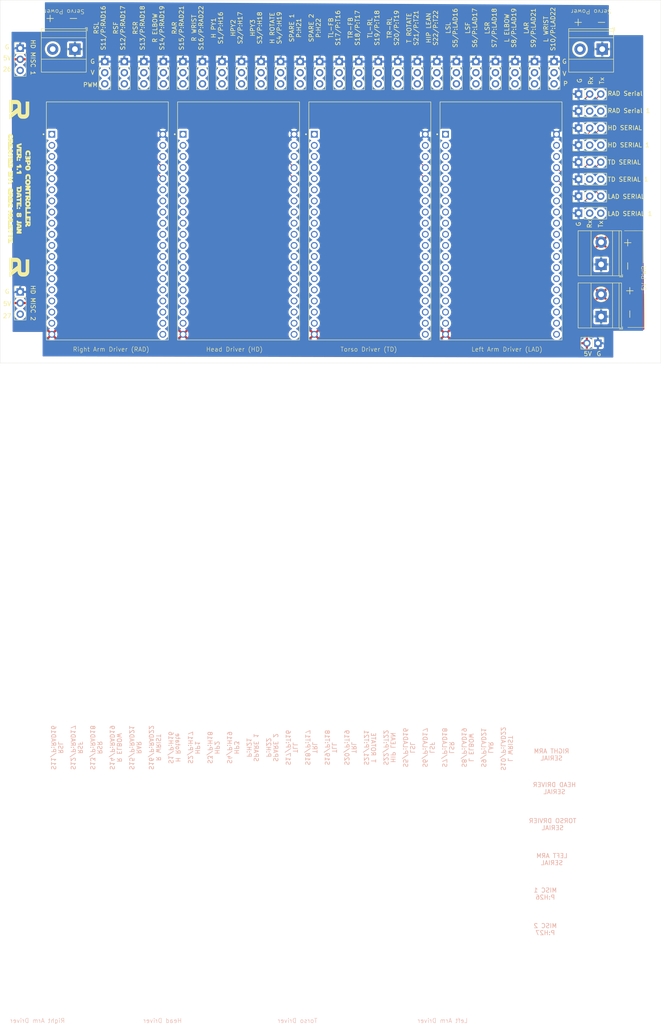
<source format=kicad_pcb>
(kicad_pcb (version 20240108) (generator "pcbnew") (generator_version "8.0")
  (layers (0 "F.Cu" signal) (1 "In1.Cu" signal) (2 "In2.Cu" signal) (31 "B.Cu" signal) (34 "B.Paste" user) (35 "F.Paste" user) (36 "B.SilkS" user "B.Silkscreen") (37 "F.SilkS" user "F.Silkscreen") (38 "B.Mask" user) (39 "F.Mask" user) (44 "Edge.Cuts" user))
  (net 0 "")
  (net 4 "H_TX1")
  (net 11 "H_RX1")
  (net 39 "LA_TX1")
  (net 44 "LA_RX1")
  (net 60 "RA_RX1")
  (net 65 "RA_TX1")
  (net 76 "T_RX1")
  (net 84 "T_TX1")
  (net 111 "GND")
  (net 112 "SVR_PWR")
  (net 113 "SRV_1")
  (net 114 "SRV_2")
  (net 115 "SRV_3")
  (net 116 "SRV_4")
  (net 117 "SRV_5")
  (net 118 "SRV_6")
  (net 119 "SRV_7")
  (net 120 "SRV_8")
  (net 121 "SRV_9")
  (net 122 "SRV_10")
  (net 123 "SRV_11")
  (net 124 "SRV_12")
  (net 125 "SRV_13")
  (net 126 "SRV_14")
  (net 127 "SRV_15")
  (net 128 "SRV_16")
  (net 129 "SRV_17")
  (net 130 "SRV_18")
  (net 131 "SRV_19")
  (net 132 "SRV_20")
  (net 133 "SRV_21")
  (net 134 "SRV_22")
  (net 135 "SPR_1")
  (net 136 "SPR_2")
  (net 137 "MISC_1")
  (net 138 "5V")
  (net 139 "MISC_2")
  (net 140 "H_TX")
  (net 141 "H_RX")
  (net 142 "LA_RX")
  (net 143 "LA_TX")
  (net 144 "RA_RX")
  (net 145 "RA_TX")
  (net 146 "T_TX")
  (net 147 "T_RX")
  (footprint "Connector_PinHeader_2.54mm:PinHeader_1x03_P2.54mm_Vertical" (layer "F.Cu") (at 185.391025 67.005)
    (property "Reference" "J7" (hide yes))
    (property "Value" "Servo 7" (hide yes))
  )
  (footprint "Connector_PinHeader_2.54mm:PinHeader_1x03_P2.54mm_Vertical" (layer "F.Cu") (at 167.514301 67.005)
    (property "Reference" "J21" (hide yes))
    (property "Value" "Servo 21" (hide yes))
  )
  (footprint "01-Custom:MODULE_ESP32-DEVKITC-32D" (layer "F.Cu") (at 156.638 103.371)
    (property "Reference" "U3" (hide yes))
    (property "Value" "Torso Driver" (hide yes))
  )
  (footprint "Connector_PinHeader_2.54mm:PinHeader_1x02_P2.54mm_Vertical" (layer "F.Cu") (at 208.835 131.365 -90)
    (property "Reference" "J29" (hide yes))
    (property "Value" "5V_Connector" (hide yes))
  )
  (footprint "Connector_PinHeader_2.54mm:PinHeader_1x03_P2.54mm_Vertical" (layer "F.Cu") (at 118.35331 67.005)
    (property "Reference" "J16" (hide yes))
    (property "Value" "Servo 16" (hide yes))
  )
  (footprint "Connector_PinHeader_2.54mm:PinHeader_1x03_P2.54mm_Vertical" (layer "F.Cu") (at 176.452663 67.005)
    (property "Reference" "J5" (hide yes))
    (property "Value" "Servo 5" (hide yes))
  )
  (footprint "01-Custom:MODULE_ESP32-DEVKITC-32D" (layer "F.Cu") (at 96.588 103.371)
    (property "Reference" "U1" (hide yes))
    (property "Value" "Right Arm Driver" (hide yes))
  )
  (footprint "Connector_PinHeader_2.54mm:PinHeader_1x03_P2.54mm_Vertical" (layer "F.Cu") (at 204.406 82.200214 90)
    (property "Reference" "J30" (hide yes))
    (property "Value" "Head Serial" (hide yes))
  )
  (footprint "MountingHole:MountingHole_3.2mm_M3" (layer "F.Cu") (at 216.154 132.334)
    (property "Reference" "REF**" (hide yes))
    (property "Value" "MountingHole_3.2mm_M3" (hide yes))
  )
  (footprint "Connector_PinHeader_2.54mm:PinHeader_1x03_P2.54mm_Vertical" (layer "F.Cu") (at 113.884129 67.005)
    (property "Reference" "J15" (hide yes))
    (property "Value" "Servo 15" (hide yes))
  )
  (footprint "Connector_PinHeader_2.54mm:PinHeader_1x03_P2.54mm_Vertical" (layer "F.Cu") (at 163.04512 67.005)
    (property "Reference" "J20" (hide yes))
    (property "Value" "Servo 20" (hide yes))
  )
  (footprint "Connector_PinHeader_2.54mm:PinHeader_1x03_P2.54mm_Vertical" (layer "F.Cu") (at 127.291672 67.005)
    (property "Reference" "J2" (hide yes))
    (property "Value" "Servo 2" (hide yes))
  )
  (footprint "TerminalBlock_Phoenix:TerminalBlock_Phoenix_MKDS-1,5-2-5.08_1x02_P5.08mm_Horizontal" (layer "F.Cu") (at 89.171 64.155 180)
    (property "Reference" "J50" (hide yes))
    (property "Value" "Servo Power Input" (hide yes))
  )
  (footprint "Connector_PinHeader_2.54mm:PinHeader_1x03_P2.54mm_Vertical" (layer "F.Cu") (at 158.575939 67.005)
    (property "Reference" "J19" (hide yes))
    (property "Value" "Servo 19" (hide yes))
  )
  (footprint "Connector_PinHeader_2.54mm:PinHeader_1x03_P2.54mm_Vertical" (layer "F.Cu") (at 204.406 86.089571 90)
    (property "Reference" "J34" (hide yes))
    (property "Value" "Head Serial" (hide yes))
  )
  (footprint "Connector_PinHeader_2.54mm:PinHeader_1x03_P2.54mm_Vertical" (layer "F.Cu") (at 204.406 78.310857 90)
    (property "Reference" "J36" (hide yes))
    (property "Value" "Right Arm Serial" (hide yes))
  )
  (footprint "Connector_PinHeader_2.54mm:PinHeader_1x03_P2.54mm_Vertical" (layer "F.Cu") (at 104.945767 67.005)
    (property "Reference" "J13" (hide yes))
    (property "Value" "Servo 13" (hide yes))
  )
  (footprint "Connector_PinHeader_2.54mm:PinHeader_1x03_P2.54mm_Vertical" (layer "F.Cu") (at 204.406 89.978928 90)
    (property "Reference" "J33" (hide yes))
    (property "Value" "Torso Serial" (hide yes))
  )
  (footprint "Connector_PinHeader_2.54mm:PinHeader_1x03_P2.54mm_Vertical" (layer "F.Cu") (at 145.168396 67.005)
    (property "Reference" "J24" (hide yes))
    (property "Value" "SPARE Servo 1" (hide yes))
  )
  (footprint "Connector_PinHeader_2.54mm:PinHeader_1x03_P2.54mm_Vertical" (layer "F.Cu") (at 96.007405 67.005)
    (property "Reference" "J11" (hide yes))
    (property "Value" "Servo 11" (hide yes))
  )
  (footprint "Connector_PinHeader_2.54mm:PinHeader_1x03_P2.54mm_Vertical" (layer "F.Cu") (at 76.65 119.644)
    (property "Reference" "J26" (hide yes))
    (property "Value" "Misc 2" (hide yes))
  )
  (footprint "Connector_PinHeader_2.54mm:PinHeader_1x03_P2.54mm_Vertical" (layer "F.Cu") (at 171.983482 67.005)
    (property "Reference" "J22" (hide yes))
    (property "Value" "Servo 22" (hide yes))
  )
  (footprint "Connector_PinHeader_2.54mm:PinHeader_1x03_P2.54mm_Vertical" (layer "F.Cu") (at 180.921844 67.005)
    (property "Reference" "J6" (hide yes))
    (property "Value" "Servo 6" (hide yes))
  )
  (footprint "01-Custom:MODULE_ESP32-DEVKITC-32D" (layer "F.Cu") (at 186.663 103.371)
    (property "Reference" "U4" (hide yes))
    (property "Value" "Left Arm Driver" (hide yes))
  )
  (footprint "Connector_PinHeader_2.54mm:PinHeader_1x03_P2.54mm_Vertical" (layer "F.Cu") (at 204.406 93.868285 90)
    (property "Reference" "J37" (hide yes))
    (property "Value" "Torso Serial" (hide yes))
  )
  (footprint "02-Logos:R2_Logo_V2" (layer "F.Cu") (at 76.100459 114.046 -90)
    (property "Reference" "G***" (hide yes))
    (property "Value" "LOGO" (hide yes))
  )
  (footprint "Connector_PinHeader_2.54mm:PinHeader_1x03_P2.54mm_Vertical" (layer "F.Cu") (at 204.406 74.4215 90)
    (property "Reference" "J32" (hide yes))
    (property "Value" "Right Arm Serial" (hide yes))
  )
  (footprint "Connector_PinHeader_2.54mm:PinHeader_1x03_P2.54mm_Vertical" (layer "F.Cu") (at 131.760853 67.005)
    (property "Reference" "J3" (hide yes))
    (property "Value" "Servo 3" (hide yes))
  )
  (footprint "Connector_PinHeader_2.54mm:PinHeader_1x03_P2.54mm_Vertical" (layer "F.Cu") (at 122.822491 67.005)
    (property "Reference" "J1" (hide yes))
    (property "Value" "Servo 1" (hide yes))
  )
  (footprint "Connector_PinHeader_2.54mm:PinHeader_1x03_P2.54mm_Vertical" (layer "F.Cu") (at 154.106758 67.005)
    (property "Reference" "J18" (hide yes))
    (property "Value" "Servo 18" (hide yes))
  )
  (footprint "Connector_PinHeader_2.54mm:PinHeader_1x03_P2.54mm_Vertical" (layer "F.Cu") (at 140.699215 67.005)
    (property "Reference" "J23" (hide yes))
    (property "Value" "Spare Servo 1" (hide yes))
  )
  (footprint "Connector_PinHeader_2.54mm:PinHeader_1x03_P2.54mm_Vertical" (layer "F.Cu") (at 136.230034 67.005)
    (property "Reference" "J4" (hide yes))
    (property "Value" "Servo 4" (hide yes))
  )
  (footprint "MountingHole:MountingHole_3.2mm_M3" (layer "F.Cu") (at 77.978 132.334)
    (property "Reference" "REF**" (hide yes))
    (property "Value" "MountingHole_3.2mm_M3" (hide yes))
  )
  (footprint "Connector_PinHeader_2.54mm:PinHeader_1x03_P2.54mm_Vertical" (layer "F.Cu") (at 149.637577 67.005)
    (property "Reference" "J17" (hide yes))
    (property "Value" "Servo 17" (hide yes))
  )
  (footprint "TerminalBlock_Phoenix:TerminalBlock_Phoenix_MKDS-1,5-2-5.08_1x02_P5.08mm_Horizontal" (layer "F.Cu") (at 209.567 125.267 90)
    (property "Reference" "J51" (hide yes))
    (property "Value" "5V Input" (hide yes))
  )
  (footprint "02-Logos:C3P0 Controller V1.1" (layer "F.Cu") (at 76.454 96.003713 -90)
    (property "Reference" "G***" (hide yes))
    (property "Value" "LOGO" (hide yes))
  )
  (footprint "02-Logos:R2_Logo_V2" (layer "F.Cu") (at 76.100459 77.978 -90)
    (property "Reference" "G***" (hide yes))
    (property "Value" "LOGO" (hide yes))
  )
  (footprint "TerminalBlock_Phoenix:TerminalBlock_Phoenix_MKDS-1,5-2-5.08_1x02_P5.08mm_Horizontal" (layer "F.Cu") (at 209.821 64.155 180)
    (property "Reference" "J27" (hide yes))
    (property "Value" "Servo Power Input" (hide yes))
  )
  (footprint "MountingHole:MountingHole_3.2mm_M3" (layer "F.Cu") (at 216.154 56.642)
    (property "Reference" "REF**" (hide yes))
    (property "Value" "MountingHole_3.2mm_M3" (hide yes))
  )
  (footprint "Connector_PinHeader_2.54mm:PinHeader_1x03_P2.54mm_Vertical" (layer "F.Cu") (at 194.329387 67.005)
    (property "Reference" "J9" (hide yes))
    (property "Value" "Servo 9" (hide yes))
  )
  (footprint "TerminalBlock_Phoenix:TerminalBlock_Phoenix_MKDS-1,5-2-5.08_1x02_P5.08mm_Horizontal" (layer "F.Cu") (at 209.567 113.353 90)
    (property "Reference" "J28" (hide yes))
    (property "Value" "5V Input" (hide yes))
  )
  (footprint "Connector_PinHeader_2.54mm:PinHeader_1x03_P2.54mm_Vertical" (layer "F.Cu") (at 100.476586 67.005)
    (property "Reference" "J12" (hide yes))
    (property "Value" "Servo 12" (hide yes))
  )
  (footprint "01-Custom:MODULE_ESP32-DEVKITC-32D" (layer "F.Cu") (at 126.613 103.371)
    (property "Reference" "U2" (hide yes))
    (property "Value" "Head Driver" (hide yes))
  )
  (footprint "MountingHole:MountingHole_3.2mm_M3" (layer "F.Cu") (at 77.978 56.642)
    (property "Reference" "REF**" (hide yes))
    (property "Value" "MountingHole_3.2mm_M3" (hide yes))
  )
  (footprint "Connector_PinHeader_2.54mm:PinHeader_1x03_P2.54mm_Vertical" (layer "F.Cu") (at 109.414948 67.005)
    (property "Reference" "J14" (hide yes))
    (property "Value" "Servo 14" (hide yes))
  )
  (footprint "Connector_PinHeader_2.54mm:PinHeader_1x03_P2.54mm_Vertical" (layer "F.Cu") (at 204.406 101.647 90)
    (property "Reference" "J35" (hide yes))
    (property "Value" "Left Arm Serial" (hide yes))
  )
  (footprint "Connector_PinHeader_2.54mm:PinHeader_1x03_P2.54mm_Vertical" (layer "F.Cu") (at 204.406 97.757642 90)
    (property "Reference" "J31" (hide yes))
    (property "Value" "Left Arm Serial" (hide yes))
  )
  (footprint "Connector_PinHeader_2.54mm:PinHeader_1x03_P2.54mm_Vertical" (layer "F.Cu") (at 198.798569 67.005)
    (property "Reference" "J10" (hide yes))
    (property "Value" "Servo 10" (hide yes))
  )
  (footprint "Connector_PinHeader_2.54mm:PinHeader_1x03_P2.54mm_Vertical" (layer "F.Cu") (at 76.65 63.944)
    (property "Reference" "J25" (hide yes))
    (property "Value" "Misc 1" (hide yes))
  )
  (footprint "Connector_PinHeader_2.54mm:PinHeader_1x03_P2.54mm_Vertical" (layer "F.Cu") (at 189.860206 67.005)
    (property "Reference" "J8" (hide yes))
    (property "Value" "Servo 8" (hide yes))
  )
  (gr_line (start 214.884 105.673) (end 219.202 105.664) (stroke (width 0.1)) (layer "F.SilkS"))
  (gr_line (start 219.456 127.762) (end 215.646 127.762) (stroke (width 0.1)) (layer "F.SilkS"))
  (gr_line (start 219.202 105.664) (end 219.202 113.03) (stroke (width 0.1)) (layer "F.SilkS"))
  (gr_line (start 219.456 120.142) (end 219.456 127.762) (stroke (width 0.1)) (layer "F.SilkS"))
  (gr_line (start 72.056 135.89) (end 72.056 52.956006) (stroke (width 0.05)) (layer "Edge.Cuts"))
  (gr_line (start 223.246 135.89) (end 72.056 135.89) (stroke (width 0.05)) (layer "Edge.Cuts"))
  (gr_line (start 223.246 52.956) (end 223.246 135.89) (stroke (width 0.05)) (layer "Edge.Cuts"))
  (gr_line (start 72.056 52.956) (end 223.246 52.956) (stroke (width 0.05)) (layer "Edge.Cuts"))
  (gr_text "Left Arm Driver" (at 167.493808 286.766 -0) (layer "B.SilkS") (effects (font (size 1 1) (thickness 0.1)) (justify right bottom mirror)))
  (gr_text "Right Arm Driver" (at 74.275808 286.766 -0) (layer "B.SilkS") (effects (font (size 1 1) (thickness 0.1)) (justify right bottom mirror)))
  (gr_text "RSF\nS12/P:RAD17" (at 88.156218 223.774 -90) (layer "B.SilkS") (effects (font (size 1 1) (thickness 0.153)) (justify bottom mirror)))
  (gr_text "TLL\nS17/P:T16" (at 137.360186 223.774 -90) (layer "B.SilkS") (effects (font (size 1 1) (thickness 0.153)) (justify bottom mirror)))
  (gr_text "RAR\nS15/P:RAD21" (at 101.575482 223.774 -90) (layer "B.SilkS") (effects (font (size 1 1) (thickness 0.153)) (justify bottom mirror)))
  (gr_text "R WRIST\nS16/P:RAD22" (at 106.04857 223.774 -90) (layer "B.SilkS") (effects (font (size 1 1) (thickness 0.153)) (justify bottom mirror)))
  (gr_text "R ELBOW\nS14/P:RAD19" (at 97.102394 223.774 -90) (layer "B.SilkS") (effects (font (size 1 1) (thickness 0.153)) (justify bottom mirror)))
  (gr_text "Torso Driver" (at 135.489808 286.766 -0) (layer "B.SilkS") (effects (font (size 1 1) (thickness 0.1)) (justify right bottom mirror)))
  (gr_text "SPARE 2\nP:H22" (at 132.887098 223.773999 -90) (layer "B.SilkS") (effects (font (size 1 1) (thickness 0.153)) (justify bottom mirror)))
  (gr_text "H Rotate\nS1/P:H16" (at 110.521658 223.773999 -90) (layer "B.SilkS") (effects (font (size 1 1) (thickness 0.153)) (justify bottom mirror)))
  (gr_text "RIGHT ARM\nSERIAL" (at 198.221336 226.784 -0) (layer "B.SilkS") (effects (font (size 1 1) (thickness 0.153)) (justify bottom mirror)))
  (gr_text "HP2\nS3/P:H18" (at 119.467834 223.773999 -90) (layer "B.SilkS") (effects (font (size 1 1) (thickness 0.153)) (justify bottom mirror)))
  (gr_text "SPARE 1\nP:H21" (at 128.41401 223.773999 -90) (layer "B.SilkS") (effects (font (size 1 1) (thickness 0.153)) (justify bottom mirror)))
  (gr_text "HP1\nS2/P:H17" (at 114.994746 223.773999 -90) (layer "B.SilkS") (effects (font (size 1 1) (thickness 0.153)) (justify bottom mirror)))
  (gr_text "TLL\nS19/P:T18" (at 146.306362 223.774 -90) (layer "B.SilkS") (effects (font (size 1 1) (thickness 0.153)) (justify bottom mirror)))
  (gr_text "RSR\nS13/P:RAD18" (at 92.629306 223.774 -90) (layer "B.SilkS") (effects (font (size 1 1) (thickness 0.153)) (justify bottom mirror)))
  (gr_text "LAR\nS9/P:LAD21" (at 182.091066 223.773999 -90) (layer "B.SilkS") (effects (font (size 1 1) (thickness 0.153)) (justify bottom mirror)))
  (gr_text "TRL\nS18/P:T17" (at 141.833274 223.774 -90) (layer "B.SilkS") (effects (font (size 1 1) (thickness 0.153)) (justify bottom mirror)))
  (gr_text "HIP LEAN\nS22/P:T22" (at 159.725626 223.774 -90) (layer "B.SilkS") (effects (font (size 1 1) (thickness 0.153)) (justify bottom mirror)))
  (gr_text "Head Driver" (at 104.755808 286.766 -0) (layer "B.SilkS") (effects (font (size 1 1) (thickness 0.1)) (justify right bottom mirror)))
  (gr_text "L ELBOW\nS8/P:LAD19" (at 177.617978 223.773999 -90) (layer "B.SilkS") (effects (font (size 1 1) (thickness 0.153)) (justify bottom mirror)))
  (gr_text "LSF\nS6/P:LAD17" (at 168.671802 223.773999 -90) (layer "B.SilkS") (effects (font (size 1 1) (thickness 0.153)) (justify bottom mirror)))
  (gr_text "LEFT ARM\nSERIAL" (at 198.309336 250.698 -0) (layer "B.SilkS") (effects (font (size 1 1) (thickness 0.153)) (justify bottom mirror)))
  (gr_text "MISC 1\nP:H26" (at 196.785336 258.572 -0) (layer "B.SilkS") (effects (font (size 1 1) (thickness 0.153)) (justify bottom mirror)))
  (gr_text "HP3\nS4/P:H19" (at 123.940922 223.773999 -90) (layer "B.SilkS") (effects (font (size 1 1) (thickness 0.153)) (justify bottom mirror)))
  (gr_text "T ROTATE\nS21/P:T21" (at 155.252538 223.774 -90) (layer "B.SilkS") (effects (font (size 1 1) (thickness 0.153)) (justify bottom mirror)))
  (gr_text "L WRIST\nS10/P:LAD22" (at 186.564174 224.028 -90) (layer "B.SilkS") (effects (font (size 1 1) (thickness 0.153)) (justify bottom mirror)))
  (gr_text "LSL\nS5/P:LAD16" (at 164.198714 223.773999 -90) (layer "B.SilkS") (effects (font (size 1 1) (thickness 0.153)) (justify bottom mirror)))
  (gr_text "TRL\nS20/P:T19" (at 150.77945 223.774 -90) (layer "B.SilkS") (effects (font (size 1 1) (thickness 0.153)) (justify bottom mirror)))
  (gr_text "TORSO DRVIER\nSERIAL" (at 198.468668 242.706 -0) (layer "B.SilkS") (effects (font (size 1 1) (thickness 0.153)) (justify bottom mirror)))
  (gr_text "MISC 2\nP:H27" (at 196.785336 266.7 -0) (layer "B.SilkS") (effects (font (size 1 1) (thickness 0.153)) (justify bottom mirror)))
  (gr_text "HEAD DRIVER\nSERIAL" (at 198.877502 234.4655 -0) (layer "B.SilkS") (effects (font (size 1 1) (thickness 0.153)) (justify bottom mirror)))
  (gr_text "LSR\nS7/P:LAD18" (at 173.14489 223.773999 -90) (layer "B.SilkS") (effects (font (size 1 1) (thickness 0.153)) (justify bottom mirror)))
  (gr_text "RSL\nS11/P:RAD16" (at 83.68313 223.774 -90) (layer "B.SilkS") (effects (font (size 1 1) (thickness 0.153)) (justify bottom mirror)))
  (gr_text "L WRIST\nS10/P:LAD22" (at 199.136 59.57245 90) (layer "F.SilkS") (effects (font (size 1 1) (thickness 0.153)) (justify bottom)))
  (gr_text "SPARE 2\nP:H22" (at 145.458924 59.318449 90) (layer "F.SilkS") (effects (font (size 1 1) (thickness 0.153)) (justify bottom)))
  (gr_text "Right Arm Driver (RAD)" (at 88.646 133.35 0) (layer "F.SilkS") (effects (font (size 1 1) (thickness 0.1)) (justify left bottom)))
  (gr_text "HPY3\nS3/P:H18" (at 132.03966 59.318449 90) (layer "F.SilkS") (effects (font (size 1 1) (thickness 0.153)) (justify bottom)))
  (gr_text "HD SERIAL 1" (at 215.844476 86.664855 0) (layer "F.SilkS") (effects (font (size 1 1) (thickness 0.153)) (justify bottom)))
  (gr_text "RSL\nS11/P:RAD16" (at 96.254956 59.31845 90) (layer "F.SilkS") (effects (font (size 1 1) (thickness 0.153)) (justify bottom)))
  (gr_text "RAD Serial" (at 215.058762 74.892 0) (layer "F.SilkS") (effects (font (size 1 1) (thickness 0.153)) (justify bottom)))
  (gr_text "HD SERIAL" (at 214.987333 82.74057 0) (layer "F.SilkS") (effects (font (size 1 1) (thickness 0.153)) (justify bottom)))
  (gr_text "H ROTATE\nS4/P:H19" (at 136.512748 59.318449 90) (layer "F.SilkS") (effects (font (size 1 1) (thickness 0.153)) (justify bottom)))
  (gr_text "-" (at 90.17 56.134 180) (layer "F.SilkS") (effects (font (size 2 2)) (justify left bottom)))
  (gr_text "TD SERIAL 1" (at 215.701619 94.513425 0) (layer "F.SilkS") (effects (font (size 1 1) (thickness 0.153)) (justify bottom)))
  (gr_text "-" (at 216.662 115.062 90) (layer "F.SilkS") (effects (font (size 2 2)) (justify left bottom)))
  (gr_text "-" (at 210.984 57.026 180) (layer "F.SilkS") (effects (font (size 2 2)) (justify left bottom)))
  (gr_text "RAD Serial 1" (at 215.915905 78.816285 0) (layer "F.SilkS") (effects (font (size 1 1) (thickness 0.153)) (justify bottom)))
  (gr_text "TR-RL\nS20/P:T19" (at 163.351276 59.31845 90) (layer "F.SilkS") (effects (font (size 1 1) (thickness 0.153)) (justify bottom)))
  (gr_text "TR-FB\nS18/P:T17" (at 154.4051 59.31845 90) (layer "F.SilkS") (effects (font (size 1 1) (thickness 0.153)) (justify bottom)))
  (gr_text "LSL\nS5/P:LAD16" (at 176.77054 59.318449 90) (layer "F.SilkS") (effects (font (size 1 1) (thickness 0.153)) (justify bottom)))
  (gr_text "HD MISC 2" (at 78.994 122.174 -90) (layer "F.SilkS") (effects (font (size 1 1) (thickness 0.153)) (justify bottom)))
  (gr_text "Torso Driver (TD)" (at 149.86 133.35 0) (layer "F.SilkS") (effects (font (size 1 1) (thickness 0.1)) (justify left bottom)))
  (gr_text "27" (at 73.66 125.732 0) (layer "F.SilkS") (effects (font (size 1 1) (thickness 0.153)) (justify bottom)))
  (gr_text "HPY2\nS2/P:H17" (at 127.566572 59.318449 90) (layer "F.SilkS") (effects (font (size 1 1) (thickness 0.153)) (justify bottom)))
  (gr_text "T ROTATE\nS21/P:T21" (at 167.824364 59.31845 90) (layer "F.SilkS") (effects (font (size 1 1) (thickness 0.153)) (justify bottom)))
  (gr_text "HIP LEAN\nS22/P:T22" (at 172.297452 59.31845 90) (layer "F.SilkS") (effects (font (size 1 1) (thickness 0.153)) (justify bottom)))
  (gr_text "TL-FB\nS17/P:T16" (at 149.932012 59.31845 90) (layer "F.SilkS") (effects (font (size 1 1) (thickness 0.153)) (justify bottom)))
  (gr_text "-" (at 217.142 126.046 90) (layer "F.SilkS") (effects (font (size 2 2)) (justify left bottom)))
  (gr_text "LSF\nS6/P:LAD17" (at 181.243628 59.318449 90) (layer "F.SilkS") (effects (font (size 1 1) (thickness 0.153)) (justify bottom)))
  (gr_text "G" (at 204.978 104.14 90) (layer "F.SilkS") (effects (font (size 1 1) (thickness 0.153)) (justify bottom)))
  (gr_text "5V" (at 206.502 134.366 0) (layer "F.SilkS") (effects (font (size 1 1) (thickness 0.153)) (justify bottom)))
  (gr_text "RAR\nS15/P:RAD21" (at 114.147308 59.31845 90) (layer "F.SilkS") (effects (font (size 1 1) (thickness 0.153)) (justify bottom)))
  (gr_text "RSR\nS13/P:RAD18" (at 105.201132 59.31845 90) (layer "F.SilkS") (effects (font (size 1 1) (thickness 0.153)) (justify bottom)))
  (gr_text "Tx" (at 210.058 104.14 90) (layer "F.SilkS") (effects (font (size 1 1) (thickness 0.153)) (justify bottom)))
  (gr_text "P" (at 201.422 72.644 0) (layer "F.SilkS") (effects (font (size 1 1) (thickness 0.153)) (justify bottom)))
  (gr_text "G" (at 93.218 67.564 0) (layer "F.SilkS") (effects (font (size 1 1) (thickness 0.153)) (justify bottom)))
  (gr_text "TL-RL\nS19/P:T18" (at 158.878188 59.31845 90) (layer "F.SilkS") (effects (font (size 1 1) (thickness 0.153)) (justify bottom)))
  (gr_text "+" (at 216.662 109.728 90) (layer "F.SilkS") (effects (font (size 2 2)) (justify left bottom)))
  (gr_text "RSF\nS12/P:RAD17" (at 100.728044 59.31845 90) (layer "F.SilkS") (effects (font (size 1 1) (thickness 0.153)) (justify bottom)))
  (gr_text "H PY1\nS1/P:H16" (at 123.093484 59.318449 90) (layer "F.SilkS") (effects (font (size 1 1) (thickness 0.153)) (justify bottom)))
  (gr_text "5V" (at 73.66 122.938 0) (layer "F.SilkS") (effects (font (size 1 1) (thickness 0.153)) (justify bottom)))
  (gr_text "HD MISC 1\n" (at 78.994 66.04 -90) (layer "F.SilkS") (effects (font (size 1 1) (thickness 0.153)) (justify bottom)))
  (gr_text "Rx" (at 207.518 104.14 90) (layer "F.SilkS") (effects (font (size 1 1) (thickness 0.153)) (justify bottom)))
  (gr_text "G" (at 73.66 64.262 0) (layer "F.SilkS") (effects (font (size 1 1) (thickness 0.153)) (justify bottom)))
  (gr_text "R WRIST\nS16/P:RAD22" (at 118.620396 59.31845 90) (layer "F.SilkS") (effects (font (size 1 1) (thickness 0.153)) (justify bottom)))
  (gr_text "SPARE 1\nP:H21" (at 140.985836 59.318449 90) (layer "F.SilkS") (effects (font (size 1 1) (thickness 0.153)) (justify bottom)))
  (gr_text "+" (at 205.65 57.026 180) (layer "F.SilkS") (effects (font (size 2 2)) (justify left bottom)))
  (gr_text "G" (at 209.042 134.366 0) (layer "F.SilkS") (effects (font (size 1 1) (thickness 0.153)) (justify bottom)))
  (gr_text "Tx" (at 210.312 71.374 90) (layer "F.SilkS") (effects (font (size 1 1) (thickness 0.153)) (justify bottom)))
  (gr_text "5V" (at 73.66 66.802 0) (layer "F.SilkS") (effects (font (size 1 1) (thickness 0.153)) (justify bottom)))
  (gr_text "+" (at 84.836 56.134 180) (layer "F.SilkS") (effects (font (size 2 2)) (justify left bottom)))
  (gr_text "Servo Power" (at 212 54.994 180) (layer "F.SilkS") (effects (font (size 1 1) (thickness 0.1)) (justify left bottom)))
  (gr_text "L ELBOW\nS8/P:LAD19" (at 190.189804 59.318449 90) (layer "F.SilkS") (effects (font (size 1 1) (thickness 0.153)) (justify bottom)))
  (gr_text "R ELBOW\nS14/P:RAD19" (at 109.67422 59.31845 90) (layer "F.SilkS") (effects (font (size 1 1) (thickness 0.153)) (justify bottom)))
  (gr_text "Servo Power" (at 91.44 54.994 180) (layer "F.SilkS") (effects (font (size 1 1) (thickness 0.1)) (justify left bottom)))
  (gr_text "G" (at 201.168 67.564 0) (layer "F.SilkS") (effects (font (size 1 1) (thickness 0.153)) (justify bottom)))
  (gr_text "Head Driver (HD)" (at 119.126 133.35 0) (layer "F.SilkS") (effects (font (size 1 1) (thickness 0.1)) (justify left bottom)))
  (gr_text "LAR\nS9/P:LAD21" (at 194.662892 59.318449 90) (layer "F.SilkS") (effects (font (size 1 1) (thickness 0.153)) (justify bottom)))
  (gr_text "G" (at 73.66 120.142 0) (layer "F.SilkS") (effects (font (size 1 1) (thickness 0.153)) (justify bottom)))
  (gr_text "Left Arm Driver (LAD)" (at 179.832 133.35 0) (layer "F.SilkS") (effects (font (size 1 1) (thickness 0.1)) (justify left bottom)))
  (gr_text "LAD SERIAL 1" (at 216.154 102.362 0) (layer "F.SilkS") (effects (font (size 1 1) (thickness 0.153)) (justify bottom)))
  (gr_text "+" (at 217.142 120.712 90) (layer "F.SilkS") (effects (font (size 2 2)) (justify left bottom)))
  (gr_text "Rx" (at 207.772 71.374 90) (layer "F.SilkS") (effects (font (size 1 1) (thickness 0.153)) (justify bottom)))
  (gr_text "V" (at 201.168 70.358 0) (layer "F.SilkS") (effects (font (size 1 1) (thickness 0.153)) (justify bottom)))
  (gr_text "TD SERIAL" (at 214.844476 90.58914 0) (layer "F.SilkS") (effects (font (size 1 1) (thickness 0.153)) (justify bottom)))
  (gr_text "V" (at 93.218 70.104 0) (layer "F.SilkS") (effects (font (size 1 1) (thickness 0.153)) (justify bottom)))
  (gr_text "5V PWR" (at 219.936 119.442 90) (layer "F.SilkS") (effects (font (size 1 1) (thickness 0.1)) (justify left bottom)))
  (gr_text "G" (at 205.232 71.374 90) (layer "F.SilkS") (effects (font (size 1 1) (thickness 0.153)) (justify bottom)))
  (gr_text "LAD SERIAL" (at 215.296857 98.43771 0) (layer "F.SilkS") (effects (font (size 1 1) (thickness 0.153)) (justify bottom)))
  (gr_text "26" (at 73.66 69.342 0) (layer "F.SilkS") (effects (font (size 1 1) (thickness 0.153)) (justify bottom)))
  (gr_text "PWM" (at 92.71 72.898 0) (layer "F.SilkS") (effects (font (size 1 1) (thickness 0.153)) (justify bottom)))
  (gr_text "LSR\nS7/P:LAD18" (at 185.716716 59.318449 90) (layer "F.SilkS") (effects (font (size 1 1) (thickness 0.153)) (justify bottom)))
  (segment (start 202.945999 84.074) (end 207.612214 84.074) (width 0.1524) (layer "F.Cu") (net 140))
  (segment (start 134.62 86.538) (end 134.62 82.296) (width 0.1524) (layer "F.Cu") (net 140))
  (segment (start 207.612214 84.074) (end 209.486 82.200214) (width 0.1524) (layer "F.Cu") (net 140))
  (segment (start 199.390001 78.74) (end 202.3396 81.689599) (width 0.1524) (layer "F.Cu") (net 140))
  (segment (start 202.3396 81.689599) (end 202.3396 83.467601) (width 0.1524) (layer "F.Cu") (net 140))
  (segment (start 134.62 82.296) (end 138.176 78.74) (width 0.1524) (layer "F.Cu") (net 140))
  (segment (start 202.3396 83.467601) (end 202.945999 84.074) (width 0.1524) (layer "F.Cu") (net 140))
  (segment (start 139.313 91.231) (end 134.62 86.538) (width 0.1524) (layer "F.Cu") (net 140))
  (segment (start 138.176 78.74) (end 199.390001 78.74) (width 0.1524) (layer "F.Cu") (net 140))
  (segment (start 206.946 82.200214) (end 206.946 83.122) (width 0.1524) (layer "F.Cu") (net 141))
  (segment (start 206.946 83.122) (end 206.3464 83.7216) (width 0.1524) (layer "F.Cu") (net 141))
  (segment (start 202.692 81.543631) (end 199.126369 77.978) (width 0.1524) (layer "F.Cu") (net 141))
  (segment (start 133.096 87.554) (end 139.313 93.771) (width 0.1524) (layer "F.Cu") (net 141))
  (segment (start 133.096 77.978) (end 133.096 87.554) (width 0.1524) (layer "F.Cu") (net 141))
  (segment (start 203.091968 83.7216) (end 202.692 83.321632) (width 0.1524) (layer "F.Cu") (net 141))
  (segment (start 202.692 83.321632) (end 202.692 81.543631) (width 0.1524) (layer "F.Cu") (net 141))
  (segment (start 206.3464 83.7216) (end 203.091968 83.7216) (width 0.1524) (layer "F.Cu") (net 141))
  (segment (start 199.126369 77.978) (end 133.096 77.978) (width 0.1524) (layer "F.Cu") (net 141))
  (segment (start 201.93 96.338) (end 199.363 93.771) (width 0.1524) (layer "F.Cu") (net 142))
  (segment (start 202.946 99.314) (end 201.93 98.298) (width 0.1524) (layer "F.Cu") (net 142))
  (segment (start 205.389642 99.314) (end 202.946 99.314) (width 0.1524) (layer "F.Cu") (net 142))
  (segment (start 201.93 98.298) (end 201.93 96.338) (width 0.1524) (layer "F.Cu") (net 142))
  (segment (start 206.946 97.757642) (end 205.389642 99.314) (width 0.1524) (layer "F.Cu") (net 142))
  (segment (start 203.2 96.012) (end 202.692 95.504) (width 0.1524) (layer "F.Cu") (net 143))
  (segment (start 207.740358 96.012) (end 203.2 96.012) (width 0.1524) (layer "F.Cu") (net 143))
  (segment (start 209.486 97.757642) (end 207.740358 96.012) (width 0.1524) (layer "F.Cu") (net 143))
  (segment (start 202.692 95.504) (end 202.692 94.56) (width 0.1524) (layer "F.Cu") (net 143))
  (segment (start 202.692 94.56) (end 199.363 91.231) (width 0.1524) (layer "F.Cu") (net 143))
  (segment (start 206.946 74.4215) (end 205.4215 75.946) (width 0.2) (layer "F.Cu") (net 144))
  (segment (start 106.934 91.417) (end 109.288 93.771) (width 0.2) (layer "F.Cu") (net 144))
  (segment (start 106.934 82.042) (end 106.934 91.417) (width 0.2) (layer "F.Cu") (net 144))
  (segment (start 113.03 75.946) (end 106.934 82.042) (width 0.2) (layer "F.Cu") (net 144))
  (segment (start 205.4215 75.946) (end 113.03 75.946) (width 0.2) (layer "F.Cu") (net 144))
  (segment (start 107.95 89.893) (end 109.288 91.231) (width 0.2) (layer "F.Cu") (net 145))
  (segment (start 107.95 82.296) (end 107.95 89.893) (width 0.2) (layer "F.Cu") (net 145))
  (segment (start 209.486 74.4215) (end 207.4535 76.454) (width 0.2) (layer "F.Cu") (net 145))
  (segment (start 207.4535 76.454) (end 113.792 76.454) (width 0.2) (layer "F.Cu") (net 145))
  (segment (start 113.792 76.454) (end 107.95 82.296) (width 0.2) (layer "F.Cu") (net 145))
  (segment (start 167.386 81.026) (end 199.898 81.026) (width 0.1524) (layer "F.Cu") (net 146))
  (segment (start 201.422 90.424) (end 203.2 92.202) (width 0.1524) (layer "F.Cu") (net 146))
  (segment (start 169.338 91.231) (end 166.37 88.263) (width 0.1524) (layer "F.Cu") (net 146))
  (segment (start 203.2 92.202) (end 207.262928 92.202) (width 0.1524) (layer "F.Cu") (net 146))
  (segment (start 199.898 81.026) (end 201.422 82.55) (width 0.1524) (layer "F.Cu") (net 146))
  (segment (start 166.37 88.263) (end 166.37 82.042) (width 0.1524) (layer "F.Cu") (net 146))
  (segment (start 207.262928 92.202) (end 209.486 89.978928) (width 0.1524) (layer "F.Cu") (net 146))
  (segment (start 166.37 82.042) (end 167.386 81.026) (width 0.1524) (layer "F.Cu") (net 146))
  (segment (start 201.422 82.55) (end 201.422 90.424) (width 0.1524) (layer "F.Cu") (net 146))
  (segment (start 165.608 90.041) (end 169.338 93.771) (width 0.1524) (layer "F.Cu") (net 147))
  (segment (start 201.93 90.424) (end 201.93 82.55) (width 0.1524) (layer "F.Cu") (net 147))
  (segment (start 165.608 82.042) (end 165.608 90.041) (width 0.1524) (layer "F.Cu") (net 147))
  (segment (start 199.898 80.518) (end 167.132 80.518) (width 0.1524) (layer "F.Cu") (net 147))
  (segment (start 201.93 82.55) (end 199.898 80.518) (width 0.1524) (layer "F.Cu") (net 147))
  (segment (start 205.74 91.186) (end 205.486 91.44) (width 0.1524) (layer "F.Cu") (net 147))
  (segment (start 206.946 89.978928) (end 205.74 91.184928) (width 0.1524) (layer "F.Cu") (net 147))
  (segment (start 205.74 91.184928) (end 205.74 91.186) (width 0.1524) (layer "F.Cu") (net 147))
  (segment (start 202.946 91.44) (end 201.93 90.424) (width 0.1524) (layer "F.Cu") (net 147))
  (segment (start 205.486 91.44) (end 202.946 91.44) (width 0.1524) (layer "F.Cu") (net 147))
  (segment (start 167.132 80.518) (end 165.608 82.042) (width 0.1524) (layer "F.Cu") (net 147))
  (zone (net 138) (net_name "5V") (layer "F.Cu") (priority 2) (connect_pads (clearance 0.5)) (min_thickness 0.25) (fill yes (thermal_gap 0.5) (thermal_bridge_width 0.5))
    (polygon (pts (xy 212.344 105.664) (xy 204.216 105.664) (xy 203.962 127.508) (xy 86.614 127.508) (xy 86.614 122.936) (xy 80.772 122.936) (xy 80.518 62.23) (xy 74.676 62.23) (xy 74.93 128.778) (xy 81.788 128.778) (xy 81.788 134.366) (xy 212.344 134.62) (xy 212.344 128.524) (xy 219.456 128.27) (xy 219.202 105.664)))
  )
  (zone (net 111) (net_name "GND") (layer "B.Cu") (priority 1) (connect_pads (clearance 0.5)) (min_thickness 0.25) (fill yes (thermal_gap 0.5) (thermal_bridge_width 0.5))
    (polygon (pts (xy 74.676 60.198) (xy 82.296 60.198) (xy 82.296 53.34) (xy 211.328 54.102) (xy 211.328 60.96) (xy 219.202 60.96) (xy 219.202 128.524) (xy 212.344 128.524) (xy 212.344 134.62) (xy 81.788 134.366) (xy 81.788 128.778) (xy 74.93 128.778)))
  )
)
</source>
